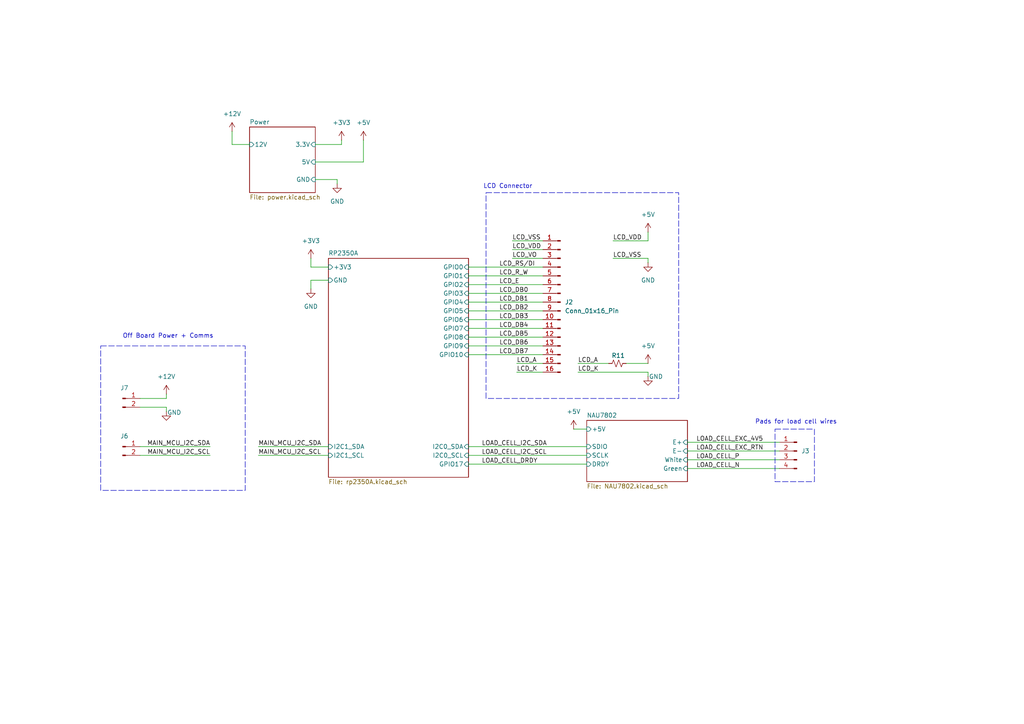
<source format=kicad_sch>
(kicad_sch (version 20250114) (generator "eeschema") (generator_version "9.0")
  (paper "A4")
  (lib_symbols
    (symbol "Connector:Conn_01x02_Pin" (pin_names (offset 1.016) (hide yes))
      (property "Reference" "J" (at 0 2.54 0))
      (property "Value" "Conn_01x02_Pin" (at 0 -5.08 0))
      (symbol "Conn_01x02_Pin_1_1"
        (rectangle (start 0.8636 0.127) (end 0 -0.127) (stroke (width 0.1524)) (fill (type outline)))
        (rectangle (start 0.8636 -2.413) (end 0 -2.667) (stroke (width 0.1524)) (fill (type outline)))
        (polyline (pts (xy 1.27 0) (xy 0.8636 0)) (stroke (width 0.1524)))
        (polyline (pts (xy 1.27 -2.54) (xy 0.8636 -2.54)) (stroke (width 0.1524)))
        (pin passive line (at 5.08 0 180) (length 3.81) (name "Pin_1") (number "1"))
        (pin passive line (at 5.08 -2.54 180) (length 3.81) (name "Pin_2") (number "2"))
      )
    )
    (symbol "Connector:Conn_01x04_Pin" (pin_names (offset 1.016) (hide yes))
      (property "Reference" "J" (at 0 5.08 0))
      (property "Value" "Conn_01x04_Pin" (at 0 -7.62 0))
      (symbol "Conn_01x04_Pin_1_1"
        (rectangle (start 0.8636 2.667) (end 0 2.413) (stroke (width 0.1524)) (fill (type outline)))
        (rectangle (start 0.8636 0.127) (end 0 -0.127) (stroke (width 0.1524)) (fill (type outline)))
        (rectangle (start 0.8636 -2.413) (end 0 -2.667) (stroke (width 0.1524)) (fill (type outline)))
        (rectangle (start 0.8636 -4.953) (end 0 -5.207) (stroke (width 0.1524)) (fill (type outline)))
        (polyline (pts (xy 1.27 2.54) (xy 0.8636 2.54)) (stroke (width 0.1524)))
        (polyline (pts (xy 1.27 0) (xy 0.8636 0)) (stroke (width 0.1524)))
        (polyline (pts (xy 1.27 -2.54) (xy 0.8636 -2.54)) (stroke (width 0.1524)))
        (polyline (pts (xy 1.27 -5.08) (xy 0.8636 -5.08)) (stroke (width 0.1524)))
        (pin passive line (at 5.08 2.54 180) (length 3.81) (name "Pin_1") (number "1"))
        (pin passive line (at 5.08 0 180) (length 3.81) (name "Pin_2") (number "2"))
        (pin passive line (at 5.08 -2.54 180) (length 3.81) (name "Pin_3") (number "3"))
        (pin passive line (at 5.08 -5.08 180) (length 3.81) (name "Pin_4") (number "4"))
      )
    )
    (symbol "Connector:Conn_01x16_Pin" (pin_names (offset 1.016) (hide yes))
      (property "Reference" "J" (at 0 20.32 0))
      (property "Value" "Conn_01x16_Pin" (at 0 -22.86 0))
      (symbol "Conn_01x16_Pin_1_1"
        (rectangle (start 0.8636 17.907) (end 0 17.653) (stroke (width 0.1524)) (fill (type outline)))
        (rectangle (start 0.8636 15.367) (end 0 15.113) (stroke (width 0.1524)) (fill (type outline)))
        (rectangle (start 0.8636 12.827) (end 0 12.573) (stroke (width 0.1524)) (fill (type outline)))
        (rectangle (start 0.8636 10.287) (end 0 10.033) (stroke (width 0.1524)) (fill (type outline)))
        (rectangle (start 0.8636 7.747) (end 0 7.493) (stroke (width 0.1524)) (fill (type outline)))
        (rectangle (start 0.8636 5.207) (end 0 4.953) (stroke (width 0.1524)) (fill (type outline)))
        (rectangle (start 0.8636 2.667) (end 0 2.413) (stroke (width 0.1524)) (fill (type outline)))
        (rectangle (start 0.8636 0.127) (end 0 -0.127) (stroke (width 0.1524)) (fill (type outline)))
        (rectangle (start 0.8636 -2.413) (end 0 -2.667) (stroke (width 0.1524)) (fill (type outline)))
        (rectangle (start 0.8636 -4.953) (end 0 -5.207) (stroke (width 0.1524)) (fill (type outline)))
        (rectangle (start 0.8636 -7.493) (end 0 -7.747) (stroke (width 0.1524)) (fill (type outline)))
        (rectangle (start 0.8636 -10.033) (end 0 -10.287) (stroke (width 0.1524)) (fill (type outline)))
        (rectangle (start 0.8636 -12.573) (end 0 -12.827) (stroke (width 0.1524)) (fill (type outline)))
        (rectangle (start 0.8636 -15.113) (end 0 -15.367) (stroke (width 0.1524)) (fill (type outline)))
        (rectangle (start 0.8636 -17.653) (end 0 -17.907) (stroke (width 0.1524)) (fill (type outline)))
        (rectangle (start 0.8636 -20.193) (end 0 -20.447) (stroke (width 0.1524)) (fill (type outline)))
        (polyline (pts (xy 1.27 17.78) (xy 0.8636 17.78)) (stroke (width 0.1524)))
        (polyline (pts (xy 1.27 15.24) (xy 0.8636 15.24)) (stroke (width 0.1524)))
        (polyline (pts (xy 1.27 12.7) (xy 0.8636 12.7)) (stroke (width 0.1524)))
        (polyline (pts (xy 1.27 10.16) (xy 0.8636 10.16)) (stroke (width 0.1524)))
        (polyline (pts (xy 1.27 7.62) (xy 0.8636 7.62)) (stroke (width 0.1524)))
        (polyline (pts (xy 1.27 5.08) (xy 0.8636 5.08)) (stroke (width 0.1524)))
        (polyline (pts (xy 1.27 2.54) (xy 0.8636 2.54)) (stroke (width 0.1524)))
        (polyline (pts (xy 1.27 0) (xy 0.8636 0)) (stroke (width 0.1524)))
        (polyline (pts (xy 1.27 -2.54) (xy 0.8636 -2.54)) (stroke (width 0.1524)))
        (polyline (pts (xy 1.27 -5.08) (xy 0.8636 -5.08)) (stroke (width 0.1524)))
        (polyline (pts (xy 1.27 -7.62) (xy 0.8636 -7.62)) (stroke (width 0.1524)))
        (polyline (pts (xy 1.27 -10.16) (xy 0.8636 -10.16)) (stroke (width 0.1524)))
        (polyline (pts (xy 1.27 -12.7) (xy 0.8636 -12.7)) (stroke (width 0.1524)))
        (polyline (pts (xy 1.27 -15.24) (xy 0.8636 -15.24)) (stroke (width 0.1524)))
        (polyline (pts (xy 1.27 -17.78) (xy 0.8636 -17.78)) (stroke (width 0.1524)))
        (polyline (pts (xy 1.27 -20.32) (xy 0.8636 -20.32)) (stroke (width 0.1524)))
        (pin passive line (at 5.08 17.78 180) (length 3.81) (name "Pin_1") (number "1"))
        (pin passive line (at 5.08 15.24 180) (length 3.81) (name "Pin_2") (number "2"))
        (pin passive line (at 5.08 12.7 180) (length 3.81) (name "Pin_3") (number "3"))
        (pin passive line (at 5.08 10.16 180) (length 3.81) (name "Pin_4") (number "4"))
        (pin passive line (at 5.08 7.62 180) (length 3.81) (name "Pin_5") (number "5"))
        (pin passive line (at 5.08 5.08 180) (length 3.81) (name "Pin_6") (number "6"))
        (pin passive line (at 5.08 2.54 180) (length 3.81) (name "Pin_7") (number "7"))
        (pin passive line (at 5.08 0 180) (length 3.81) (name "Pin_8") (number "8"))
        (pin passive line (at 5.08 -2.54 180) (length 3.81) (name "Pin_9") (number "9"))
        (pin passive line (at 5.08 -5.08 180) (length 3.81) (name "Pin_10") (number "10"))
        (pin passive line (at 5.08 -7.62 180) (length 3.81) (name "Pin_11") (number "11"))
        (pin passive line (at 5.08 -10.16 180) (length 3.81) (name "Pin_12") (number "12"))
        (pin passive line (at 5.08 -12.7 180) (length 3.81) (name "Pin_13") (number "13"))
        (pin passive line (at 5.08 -15.24 180) (length 3.81) (name "Pin_14") (number "14"))
        (pin passive line (at 5.08 -17.78 180) (length 3.81) (name "Pin_15") (number "15"))
        (pin passive line (at 5.08 -20.32 180) (length 3.81) (name "Pin_16") (number "16"))
      )
    )
    (symbol "Device:R_Small_US" (pin_numbers (hide yes)) (pin_names (offset 0.254) (hide yes))
      (property "Reference" "R" (at 0.762 0.508 0))
      (property "Value" "R_Small_US" (at 0.762 -1.016 0))
      (symbol "R_Small_US_1_1"
        (polyline (pts (xy 0 1.524) (xy 1.016 1.143) (xy 0 0.762) (xy -1.016 0.381) (xy 0 0)))
        (polyline (pts (xy 0 0) (xy 1.016 -0.381) (xy 0 -0.762) (xy -1.016 -1.143) (xy 0 -1.524)))
        (pin passive line (at 0 2.54 270) (length 1.016) (name "~") (number "1"))
        (pin passive line (at 0 -2.54 90) (length 1.016) (name "~") (number "2"))
      )
    )
    (symbol "power:+12V" (power) (pin_numbers (hide yes)) (pin_names (offset 0) (hide yes))
      (property "Value" "+12V" (at 0 3.556 0))
      (symbol "+12V_0_1"
        (polyline (pts (xy -0.762 1.27) (xy 0 2.54)))
        (polyline (pts (xy 0 2.54) (xy 0.762 1.27)))
        (polyline (pts (xy 0 0) (xy 0 2.54)))
      )
      (symbol "+12V_1_1"
        (pin power_in line (at 0 0 90) (length 0) (name "~") (number "1"))
      )
    )
    (symbol "power:+3V3" (power) (pin_numbers (hide yes)) (pin_names (offset 0) (hide yes))
      (property "Value" "+3V3" (at 0 3.556 0))
      (symbol "+3V3_0_1"
        (polyline (pts (xy -0.762 1.27) (xy 0 2.54)))
        (polyline (pts (xy 0 2.54) (xy 0.762 1.27)))
        (polyline (pts (xy 0 0) (xy 0 2.54)))
      )
      (symbol "+3V3_1_1"
        (pin power_in line (at 0 0 90) (length 0) (name "~") (number "1"))
      )
    )
    (symbol "power:+5V" (power) (pin_numbers (hide yes)) (pin_names (offset 0) (hide yes))
      (property "Value" "+5V" (at 0 3.556 0))
      (symbol "+5V_0_1"
        (polyline (pts (xy -0.762 1.27) (xy 0 2.54)))
        (polyline (pts (xy 0 2.54) (xy 0.762 1.27)))
        (polyline (pts (xy 0 0) (xy 0 2.54)))
      )
      (symbol "+5V_1_1"
        (pin power_in line (at 0 0 90) (length 0) (name "~") (number "1"))
      )
    )
    (symbol "power:GND" (power) (pin_numbers (hide yes)) (pin_names (offset 0) (hide yes))
      (property "Value" "GND" (at 0 -3.81 0))
      (symbol "GND_0_1"
        (polyline (pts (xy 0 0) (xy 0 -1.27) (xy 1.27 -1.27) (xy 0 -2.54) (xy -1.27 -1.27) (xy 0 -1.27)))
      )
      (symbol "GND_1_1"
        (pin power_in line (at 0 0 270) (length 0) (name "~") (number "1"))
      )
    )
  )
  (rectangle (start 224.79 124.46) (end 236.22 139.7) (stroke (width 0) (type dash)))
  (rectangle (start 29.21 100.33) (end 71.12 142.24) (stroke (width 0) (type dash)))
  (rectangle (start 140.97 55.88) (end 196.85 115.57) (stroke (width 0) (type dash)))
  (text "LCD Connector" (at 147.32 54.102 0) (effects (font (size 1.27 1.27))))
  (text "Off Board Power + Comms" (at 35.56 97.536 0) (effects (font (size 1.27 1.27)) (justify left)))
  (text "Pads for load cell wires" (at 230.886 122.428 0) (effects (font (size 1.27 1.27))))
  (wire (pts (xy 40.64 118.11) (xy 48.26 118.11)))
  (wire (pts (xy 97.79 52.07) (xy 97.79 53.34)))
  (wire (pts (xy 40.64 129.54) (xy 60.96 129.54)))
  (wire (pts (xy 149.86 107.95) (xy 157.48 107.95)))
  (wire (pts (xy 135.89 100.33) (xy 157.48 100.33)))
  (wire (pts (xy 149.86 105.41) (xy 157.48 105.41)))
  (wire (pts (xy 74.93 132.08) (xy 95.25 132.08)))
  (wire (pts (xy 135.89 132.08) (xy 170.18 132.08)))
  (wire (pts (xy 90.17 81.28) (xy 90.17 83.82)))
  (wire (pts (xy 90.17 74.93) (xy 90.17 77.47)))
  (wire (pts (xy 199.39 130.81) (xy 226.06 130.81)))
  (wire (pts (xy 91.44 46.99) (xy 105.41 46.99)))
  (wire (pts (xy 187.96 74.93) (xy 187.96 76.2)))
  (wire (pts (xy 135.89 129.54) (xy 170.18 129.54)))
  (wire (pts (xy 135.89 77.47) (xy 157.48 77.47)))
  (wire (pts (xy 148.59 74.93) (xy 157.48 74.93)))
  (wire (pts (xy 135.89 85.09) (xy 157.48 85.09)))
  (wire (pts (xy 199.39 128.27) (xy 226.06 128.27)))
  (wire (pts (xy 105.41 46.99) (xy 105.41 40.64)))
  (wire (pts (xy 99.06 40.64) (xy 99.06 41.91)))
  (wire (pts (xy 166.37 124.46) (xy 170.18 124.46)))
  (wire (pts (xy 48.26 115.57) (xy 40.64 115.57)))
  (wire (pts (xy 91.44 41.91) (xy 99.06 41.91)))
  (wire (pts (xy 148.59 72.39) (xy 157.48 72.39)))
  (wire (pts (xy 97.79 52.07) (xy 91.44 52.07)))
  (wire (pts (xy 135.89 134.62) (xy 170.18 134.62)))
  (wire (pts (xy 187.96 107.95) (xy 187.96 109.22)))
  (wire (pts (xy 148.59 69.85) (xy 157.48 69.85)))
  (wire (pts (xy 135.89 90.17) (xy 157.48 90.17)))
  (wire (pts (xy 177.8 69.85) (xy 187.96 69.85)))
  (wire (pts (xy 167.64 105.41) (xy 176.53 105.41)))
  (wire (pts (xy 135.89 95.25) (xy 157.48 95.25)))
  (wire (pts (xy 74.93 129.54) (xy 95.25 129.54)))
  (wire (pts (xy 135.89 82.55) (xy 157.48 82.55)))
  (wire (pts (xy 199.39 133.35) (xy 226.06 133.35)))
  (wire (pts (xy 187.96 67.31) (xy 187.96 69.85)))
  (wire (pts (xy 40.64 132.08) (xy 60.96 132.08)))
  (wire (pts (xy 135.89 92.71) (xy 157.48 92.71)))
  (wire (pts (xy 135.89 97.79) (xy 157.48 97.79)))
  (wire (pts (xy 135.89 102.87) (xy 157.48 102.87)))
  (wire (pts (xy 95.25 81.28) (xy 90.17 81.28)))
  (wire (pts (xy 90.17 77.47) (xy 95.25 77.47)))
  (wire (pts (xy 199.39 135.89) (xy 226.06 135.89)))
  (wire (pts (xy 135.89 87.63) (xy 157.48 87.63)))
  (wire (pts (xy 181.61 105.41) (xy 187.96 105.41)))
  (wire (pts (xy 67.31 38.1) (xy 67.31 41.91)))
  (wire (pts (xy 48.26 118.11) (xy 48.26 119.38)))
  (wire (pts (xy 48.26 115.57) (xy 48.26 114.3)))
  (wire (pts (xy 167.64 107.95) (xy 187.96 107.95)))
  (wire (pts (xy 177.8 74.93) (xy 187.96 74.93)))
  (wire (pts (xy 135.89 80.01) (xy 157.48 80.01)))
  (wire (pts (xy 72.39 41.91) (xy 67.31 41.91)))
  (label "LCD_DB2" (at 144.78 90.17 0))
  (label "LCD_DB5" (at 144.78 97.79 0))
  (label "MAIN_MCU_I2C_SCL" (at 60.96 132.08 180))
  (label "LOAD_CELL_EXC_RTN" (at 201.93 130.81 0))
  (label "LCD_VDD" (at 148.59 72.39 0))
  (label "LOAD_CELL_EXC_4V5" (at 201.93 128.27 0))
  (label "LOAD_CELL_N" (at 201.93 135.89 0))
  (label "LCD_RS{slash}DI" (at 144.78 77.47 0))
  (label "LCD_DB4" (at 144.78 95.25 0))
  (label "LOAD_CELL_P" (at 201.93 133.35 0))
  (label "LCD_A" (at 149.86 105.41 0))
  (label "LCD_DB6" (at 144.7977 100.33 0))
  (label "LCD_E" (at 144.78 82.55 0))
  (label "LCD_DB1" (at 144.78 87.63 0))
  (label "LCD_VSS" (at 148.59 69.85 0))
  (label "LCD_DB7" (at 144.78 102.87 0))
  (label "LOAD_CELL_DRDY" (at 139.7 134.62 0))
  (label "LCD_R_W" (at 144.78 80.01 0))
  (label "LCD_DB3" (at 144.78 92.71 0))
  (label "LCD_VSS" (at 177.8 74.93 0))
  (label "LOAD_CELL_I2C_SCL" (at 139.7 132.08 0))
  (label "LCD_VDD" (at 177.8 69.85 0))
  (label "LCD_A" (at 167.64 105.41 0))
  (label "LOAD_CELL_I2C_SDA" (at 139.7 129.54 0))
  (label "MAIN_MCU_I2C_SCL" (at 74.93 132.08 0))
  (label "LCD_K" (at 167.64 107.95 0))
  (label "LCD_DB0" (at 144.78 85.09 0))
  (label "MAIN_MCU_I2C_SDA" (at 60.96 129.54 180))
  (label "LCD_VO" (at 148.59 74.93 0))
  (label "MAIN_MCU_I2C_SDA" (at 74.93 129.54 0))
  (label "LCD_K" (at 149.86 107.95 0))
  (symbol (lib_id "power:+3V3") (at 99.06 40.64 0) (unit 1)
    (property "Reference" "#PWR012" (effects (hide yes)))
    (property "Value" "+3V3" (at 99.06 35.56 0))
    (property "Description" "Power symbol creates a global label with name \"+3V3\"" (effects (hide yes)))
  )
  (symbol (lib_id "power:GND") (at 97.79 53.34 0) (unit 1)
    (property "Reference" "#PWR046" (effects (hide yes)))
    (property "Value" "GND" (at 97.79 58.42 0))
    (property "Description" "Power symbol creates a global label with name \"GND\" , ground" (effects (hide yes)))
  )
  (symbol (lib_id "Connector:Conn_01x04_Pin") (at 231.14 130.81 0) (mirror y) (unit 1)
    (property "Reference" "J3" (at 232.41 130.8099 0) (effects (justify right)))
    (property "Value" "Conn_01x04_Pin" (effects (hide yes)))
    (property "Footprint" "Connector_PinHeader_2.54mm:PinHeader_1x04_P2.54mm_Vertical" (effects (hide yes)))
    (property "Description" "Generic connector, single row, 01x04, script generated" (effects (hide yes)))
  )
  (symbol (lib_id "Device:R_Small_US") (at 179.07 105.41 90) (unit 1)
    (property "Reference" "R11" (at 179.324 103.124 90))
    (property "Value" "R_Small_US" (effects (hide yes)))
    (property "Description" "Resistor, small US symbol" (effects (hide yes)))
  )
  (symbol (lib_id "power:+3V3") (at 166.37 124.46 0) (unit 1)
    (property "Reference" "#PWR048" (effects (hide yes)))
    (property "Value" "+5V" (at 166.37 119.38 0))
    (property "Description" "Power symbol creates a global label with name \"+3V3\"" (effects (hide yes)))
  )
  (symbol (lib_id "power:+5V") (at 105.41 40.64 0) (unit 1)
    (property "Reference" "#PWR013" (effects (hide yes)))
    (property "Value" "+5V" (at 105.41 35.56 0))
    (property "Description" "Power symbol creates a global label with name \"+5V\"" (effects (hide yes)))
  )
  (symbol (lib_id "power:GND") (at 187.96 76.2 0) (unit 1)
    (property "Reference" "#PWR049" (effects (hide yes)))
    (property "Value" "GND" (at 187.96 81.28 0))
    (property "Description" "Power symbol creates a global label with name \"GND\" , ground" (effects (hide yes)))
  )
  (symbol (lib_id "Connector:Conn_01x16_Pin") (at 162.56 87.63 0) (mirror y) (unit 1)
    (property "Reference" "J2" (at 163.83 87.6299 0) (effects (justify right)))
    (property "Value" "Conn_01x16_Pin" (at 163.83 90.1699 0) (effects (justify right)))
    (property "Footprint" "Connector_PinSocket_2.54mm:PinSocket_1x16_P2.54mm_Vertical" (effects (hide yes)))
    (property "Description" "Generic connector, single row, 01x16, script generated" (effects (hide yes)))
  )
  (symbol (lib_id "power:+5V") (at 187.96 67.31 0) (unit 1)
    (property "Reference" "#PWR050" (effects (hide yes)))
    (property "Value" "+5V" (at 187.96 62.23 0))
    (property "Description" "Power symbol creates a global label with name \"+5V\"" (effects (hide yes)))
  )
  (symbol (lib_id "power:+12V") (at 48.26 114.3 0) (unit 1)
    (property "Reference" "#PWR053" (effects (hide yes)))
    (property "Value" "+12V" (at 48.26 109.22 0))
    (property "Description" "Power symbol creates a global label with name \"+12V\"" (effects (hide yes)))
  )
  (symbol (lib_id "Connector:Conn_01x02_Pin") (at 35.56 129.54 0) (unit 1)
    (property "Reference" "J6" (at 36.068 126.492 0))
    (property "Value" "Conn_01x02_Pin" (effects (hide yes)))
    (property "Footprint" "Connector_PinHeader_2.54mm:PinHeader_1x02_P2.54mm_Vertical" (effects (hide yes)))
    (property "Description" "Generic connector, single row, 01x02, script generated" (effects (hide yes)))
  )
  (symbol (lib_id "Connector:Conn_01x02_Pin") (at 35.56 115.57 0) (unit 1)
    (property "Reference" "J7" (at 36.068 112.522 0))
    (property "Value" "Conn_01x02_Pin" (effects (hide yes)))
    (property "Footprint" "Connector_PinHeader_2.54mm:PinHeader_1x02_P2.54mm_Vertical" (effects (hide yes)))
    (property "Description" "Generic connector, single row, 01x02, script generated" (effects (hide yes)))
  )
  (symbol (lib_id "power:GND") (at 187.96 109.22 0) (unit 1)
    (property "Reference" "#PWR052" (effects (hide yes)))
    (property "Value" "GND" (at 190.246 109.22 0))
    (property "Description" "Power symbol creates a global label with name \"GND\" , ground" (effects (hide yes)))
  )
  (symbol (lib_id "power:+3V3") (at 90.17 74.93 0) (unit 1)
    (property "Reference" "#PWR015" (effects (hide yes)))
    (property "Value" "+3V3" (at 90.17 69.85 0))
    (property "Description" "Power symbol creates a global label with name \"+3V3\"" (effects (hide yes)))
  )
  (symbol (lib_id "power:+5V") (at 187.96 105.41 0) (unit 1)
    (property "Reference" "#PWR051" (effects (hide yes)))
    (property "Value" "+5V" (at 187.96 100.33 0))
    (property "Description" "Power symbol creates a global label with name \"+5V\"" (effects (hide yes)))
  )
  (symbol (lib_id "power:GND") (at 48.26 119.38 0) (unit 1)
    (property "Reference" "#PWR054" (effects (hide yes)))
    (property "Value" "GND" (at 50.546 119.634 0))
    (property "Description" "Power symbol creates a global label with name \"GND\" , ground" (effects (hide yes)))
  )
  (symbol (lib_id "power:+12V") (at 67.31 38.1 0) (unit 1)
    (property "Reference" "#PWR011" (effects (hide yes)))
    (property "Value" "+12V" (at 67.31 33.02 0))
    (property "Description" "Power symbol creates a global label with name \"+12V\"" (effects (hide yes)))
  )
  (symbol (lib_id "power:GND") (at 90.17 83.82 0) (unit 1)
    (property "Reference" "#PWR047" (effects (hide yes)))
    (property "Value" "GND" (at 90.17 88.9 0))
    (property "Description" "Power symbol creates a global label with name \"GND\" , ground" (effects (hide yes)))
  )
  (sheet (at 72.39 36.83) (size 19.05 19.05) (stroke (width 0.1524))
    (property "Sheetname" "Power" (at 72.39 36.1184 0) (effects (justify left bottom)))
    (property "Sheetfile" "power.kicad_sch" (at 72.39 56.4646 0) (effects (justify left top)))
    (pin "5V" input (at 91.44 46.99 0))
    (pin "3.3V" input (at 91.44 41.91 0))
    (pin "12V" input (at 72.39 41.91 180))
    (pin "GND" input (at 91.44 52.07 0))
  )
  (sheet (at 95.25 74.93) (size 40.64 63.5) (stroke (width 0.1524))
    (property "Sheetname" "RP2350A" (at 95.25 74.168 0) (effects (justify left bottom)))
    (property "Sheetfile" "rp2350A.kicad_sch" (at 95.25 139.0146 0) (effects (justify left top)))
    (pin "GPIO7" input (at 135.89 95.25 0))
    (pin "I2C1_SDA" input (at 95.25 129.54 180))
    (pin "GPIO2" input (at 135.89 82.55 0))
    (pin "GPIO8" input (at 135.89 97.79 0))
    (pin "GPIO3" input (at 135.89 85.09 0))
    (pin "GPIO0" input (at 135.89 77.47 0))
    (pin "GPIO1" input (at 135.89 80.01 0))
    (pin "GPIO5" input (at 135.89 90.17 0))
    (pin "GPIO9" input (at 135.89 100.33 0))
    (pin "I2C1_SCL" input (at 95.25 132.08 180))
    (pin "GPIO4" input (at 135.89 87.63 0))
    (pin "GPIO10" input (at 135.89 102.87 0))
    (pin "GPIO6" input (at 135.89 92.71 0))
    (pin "I2C0_SDA" input (at 135.89 129.54 0))
    (pin "I2C0_SCL" input (at 135.89 132.08 0))
    (pin "GPIO17" input (at 135.89 134.62 0))
    (pin "+3V3" input (at 95.25 77.47 180))
    (pin "GND" input (at 95.25 81.28 180))
  )
  (sheet (at 170.18 121.92) (size 29.21 17.78) (stroke (width 0.1524))
    (property "Sheetname" "NAU7802" (at 170.18 121.2084 0) (effects (justify left bottom)))
    (property "Sheetfile" "NAU7802.kicad_sch" (at 170.18 140.2846 0) (effects (justify left top)))
    (pin "E-" input (at 199.39 130.81 0))
    (pin "E+" input (at 199.39 128.27 0))
    (pin "Green" input (at 199.39 135.89 0))
    (pin "White" input (at 199.39 133.35 0))
    (pin "DRDY" input (at 170.18 134.62 180))
    (pin "SCLK" input (at 170.18 132.08 180))
    (pin "SDIO" input (at 170.18 129.54 180))
    (pin "+5V" input (at 170.18 124.46 180))
  )
)
</source>
